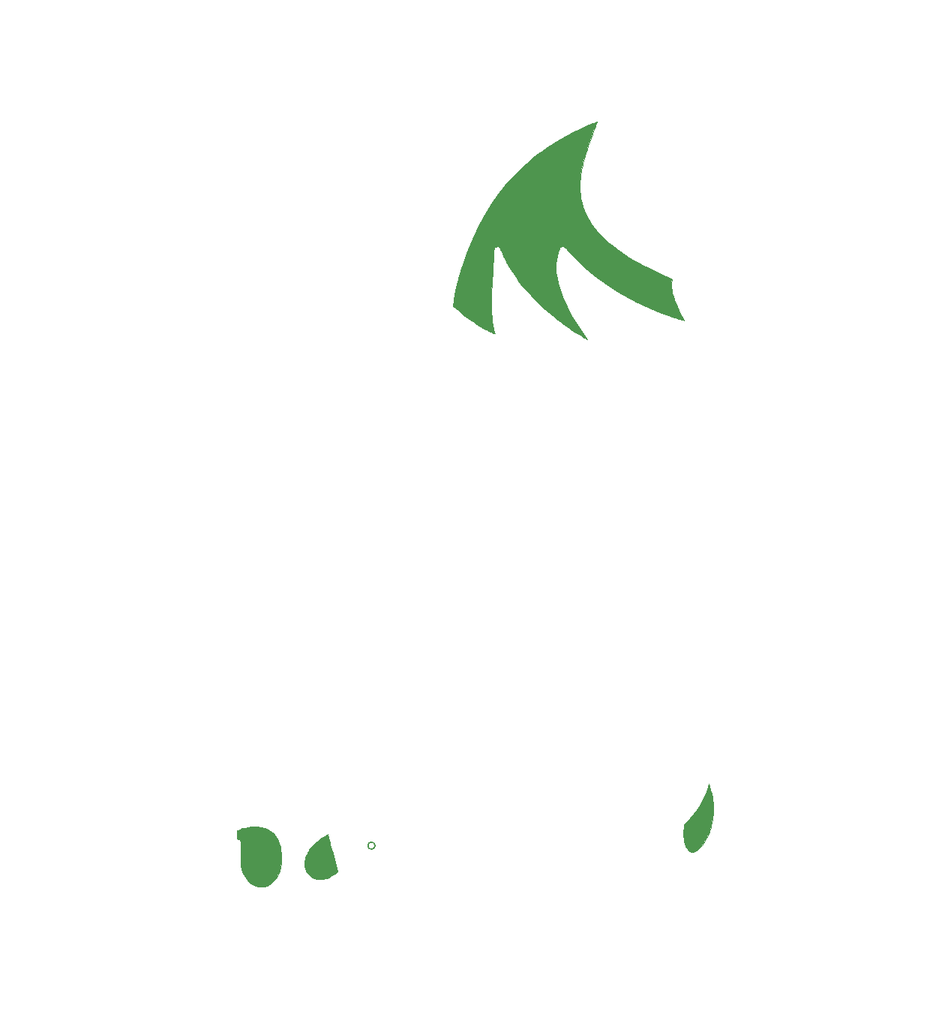
<source format=gto>
G04 #@! TF.FileFunction,Legend,Top*
%FSLAX46Y46*%
G04 Gerber Fmt 4.6, Leading zero omitted, Abs format (unit mm)*
G04 Created by KiCad (PCBNEW 4.0.7) date 06/27/18 23:59:29*
%MOMM*%
%LPD*%
G01*
G04 APERTURE LIST*
%ADD10C,0.100000*%
%ADD11C,0.150000*%
%ADD12C,0.010000*%
%ADD13C,2.100000*%
%ADD14O,2.100000X2.100000*%
G04 APERTURE END LIST*
D10*
D11*
X144862500Y-133159500D02*
G75*
G03X144862500Y-133159500I-400000J0D01*
G01*
D12*
G36*
X205041500Y-150516166D02*
X105029000Y-150516166D01*
X105029000Y-120492260D01*
X107022492Y-120492260D01*
X107022496Y-121725495D01*
X107022508Y-122938574D01*
X107022528Y-124130929D01*
X107022557Y-125301995D01*
X107022593Y-126451203D01*
X107022637Y-127577988D01*
X107022688Y-128681782D01*
X107022748Y-129762019D01*
X107022815Y-130818131D01*
X107022889Y-131849553D01*
X107022972Y-132855717D01*
X107023062Y-133836057D01*
X107023159Y-134790005D01*
X107023264Y-135716995D01*
X107023376Y-136616461D01*
X107023495Y-137487834D01*
X107023622Y-138330549D01*
X107023756Y-139144039D01*
X107023898Y-139927737D01*
X107024046Y-140681076D01*
X107024201Y-141403489D01*
X107024364Y-142094409D01*
X107024534Y-142753270D01*
X107024710Y-143379506D01*
X107024893Y-143972548D01*
X107025084Y-144531830D01*
X107025281Y-145056786D01*
X107025484Y-145546849D01*
X107025695Y-146001452D01*
X107025912Y-146420027D01*
X107026136Y-146802009D01*
X107026366Y-147146831D01*
X107026603Y-147453925D01*
X107026846Y-147722725D01*
X107027096Y-147952664D01*
X107027352Y-148143176D01*
X107027614Y-148293693D01*
X107027882Y-148403648D01*
X107028157Y-148472476D01*
X107028438Y-148499608D01*
X107028474Y-148500041D01*
X107036000Y-148501024D01*
X107058118Y-148501983D01*
X107095271Y-148502920D01*
X107147898Y-148503834D01*
X107216442Y-148504725D01*
X107301345Y-148505595D01*
X107403047Y-148506442D01*
X107521991Y-148507268D01*
X107658616Y-148508073D01*
X107813366Y-148508856D01*
X107986681Y-148509619D01*
X108179003Y-148510361D01*
X108390774Y-148511082D01*
X108622434Y-148511783D01*
X108874425Y-148512465D01*
X109147189Y-148513126D01*
X109441167Y-148513768D01*
X109756800Y-148514391D01*
X110094531Y-148514995D01*
X110454799Y-148515581D01*
X110838048Y-148516148D01*
X111244718Y-148516696D01*
X111675250Y-148517227D01*
X112130087Y-148517740D01*
X112609669Y-148518235D01*
X113114438Y-148518713D01*
X113644836Y-148519174D01*
X114201304Y-148519619D01*
X114784283Y-148520047D01*
X115394215Y-148520458D01*
X116031541Y-148520854D01*
X116696702Y-148521233D01*
X117390141Y-148521597D01*
X118112299Y-148521946D01*
X118863616Y-148522280D01*
X119644535Y-148522599D01*
X120455497Y-148522903D01*
X121296943Y-148523193D01*
X122169314Y-148523469D01*
X123073053Y-148523731D01*
X124008601Y-148523980D01*
X124976399Y-148524215D01*
X125976888Y-148524437D01*
X127010510Y-148524646D01*
X128077707Y-148524843D01*
X129178920Y-148525027D01*
X130314589Y-148525199D01*
X131485158Y-148525359D01*
X132691067Y-148525507D01*
X133932757Y-148525644D01*
X135210671Y-148525770D01*
X136525248Y-148525885D01*
X137876932Y-148525989D01*
X139266164Y-148526083D01*
X140693384Y-148526166D01*
X142159034Y-148526240D01*
X143663556Y-148526304D01*
X145207391Y-148526358D01*
X146790981Y-148526403D01*
X148414767Y-148526440D01*
X150079190Y-148526467D01*
X151784692Y-148526486D01*
X153531715Y-148526497D01*
X155034585Y-148526500D01*
X203030666Y-148526500D01*
X203030666Y-42502657D01*
X155029958Y-42507953D01*
X107029250Y-42513250D01*
X107023847Y-95493416D01*
X107023698Y-96992546D01*
X107023558Y-98481721D01*
X107023427Y-99960376D01*
X107023304Y-101427942D01*
X107023191Y-102883855D01*
X107023086Y-104327546D01*
X107022990Y-105758449D01*
X107022903Y-107175996D01*
X107022824Y-108579623D01*
X107022753Y-109968761D01*
X107022692Y-111342843D01*
X107022638Y-112701303D01*
X107022593Y-114043575D01*
X107022556Y-115369090D01*
X107022528Y-116677284D01*
X107022508Y-117967588D01*
X107022496Y-119239435D01*
X107022492Y-120492260D01*
X105029000Y-120492260D01*
X105029000Y-40513000D01*
X205041500Y-40513000D01*
X205041500Y-150516166D01*
X205041500Y-150516166D01*
G37*
X205041500Y-150516166D02*
X105029000Y-150516166D01*
X105029000Y-120492260D01*
X107022492Y-120492260D01*
X107022496Y-121725495D01*
X107022508Y-122938574D01*
X107022528Y-124130929D01*
X107022557Y-125301995D01*
X107022593Y-126451203D01*
X107022637Y-127577988D01*
X107022688Y-128681782D01*
X107022748Y-129762019D01*
X107022815Y-130818131D01*
X107022889Y-131849553D01*
X107022972Y-132855717D01*
X107023062Y-133836057D01*
X107023159Y-134790005D01*
X107023264Y-135716995D01*
X107023376Y-136616461D01*
X107023495Y-137487834D01*
X107023622Y-138330549D01*
X107023756Y-139144039D01*
X107023898Y-139927737D01*
X107024046Y-140681076D01*
X107024201Y-141403489D01*
X107024364Y-142094409D01*
X107024534Y-142753270D01*
X107024710Y-143379506D01*
X107024893Y-143972548D01*
X107025084Y-144531830D01*
X107025281Y-145056786D01*
X107025484Y-145546849D01*
X107025695Y-146001452D01*
X107025912Y-146420027D01*
X107026136Y-146802009D01*
X107026366Y-147146831D01*
X107026603Y-147453925D01*
X107026846Y-147722725D01*
X107027096Y-147952664D01*
X107027352Y-148143176D01*
X107027614Y-148293693D01*
X107027882Y-148403648D01*
X107028157Y-148472476D01*
X107028438Y-148499608D01*
X107028474Y-148500041D01*
X107036000Y-148501024D01*
X107058118Y-148501983D01*
X107095271Y-148502920D01*
X107147898Y-148503834D01*
X107216442Y-148504725D01*
X107301345Y-148505595D01*
X107403047Y-148506442D01*
X107521991Y-148507268D01*
X107658616Y-148508073D01*
X107813366Y-148508856D01*
X107986681Y-148509619D01*
X108179003Y-148510361D01*
X108390774Y-148511082D01*
X108622434Y-148511783D01*
X108874425Y-148512465D01*
X109147189Y-148513126D01*
X109441167Y-148513768D01*
X109756800Y-148514391D01*
X110094531Y-148514995D01*
X110454799Y-148515581D01*
X110838048Y-148516148D01*
X111244718Y-148516696D01*
X111675250Y-148517227D01*
X112130087Y-148517740D01*
X112609669Y-148518235D01*
X113114438Y-148518713D01*
X113644836Y-148519174D01*
X114201304Y-148519619D01*
X114784283Y-148520047D01*
X115394215Y-148520458D01*
X116031541Y-148520854D01*
X116696702Y-148521233D01*
X117390141Y-148521597D01*
X118112299Y-148521946D01*
X118863616Y-148522280D01*
X119644535Y-148522599D01*
X120455497Y-148522903D01*
X121296943Y-148523193D01*
X122169314Y-148523469D01*
X123073053Y-148523731D01*
X124008601Y-148523980D01*
X124976399Y-148524215D01*
X125976888Y-148524437D01*
X127010510Y-148524646D01*
X128077707Y-148524843D01*
X129178920Y-148525027D01*
X130314589Y-148525199D01*
X131485158Y-148525359D01*
X132691067Y-148525507D01*
X133932757Y-148525644D01*
X135210671Y-148525770D01*
X136525248Y-148525885D01*
X137876932Y-148525989D01*
X139266164Y-148526083D01*
X140693384Y-148526166D01*
X142159034Y-148526240D01*
X143663556Y-148526304D01*
X145207391Y-148526358D01*
X146790981Y-148526403D01*
X148414767Y-148526440D01*
X150079190Y-148526467D01*
X151784692Y-148526486D01*
X153531715Y-148526497D01*
X155034585Y-148526500D01*
X203030666Y-148526500D01*
X203030666Y-42502657D01*
X155029958Y-42507953D01*
X107029250Y-42513250D01*
X107023847Y-95493416D01*
X107023698Y-96992546D01*
X107023558Y-98481721D01*
X107023427Y-99960376D01*
X107023304Y-101427942D01*
X107023191Y-102883855D01*
X107023086Y-104327546D01*
X107022990Y-105758449D01*
X107022903Y-107175996D01*
X107022824Y-108579623D01*
X107022753Y-109968761D01*
X107022692Y-111342843D01*
X107022638Y-112701303D01*
X107022593Y-114043575D01*
X107022556Y-115369090D01*
X107022528Y-116677284D01*
X107022508Y-117967588D01*
X107022496Y-119239435D01*
X107022492Y-120492260D01*
X105029000Y-120492260D01*
X105029000Y-40513000D01*
X205041500Y-40513000D01*
X205041500Y-150516166D01*
G36*
X131438417Y-131036549D02*
X131632493Y-131044835D01*
X131806159Y-131058044D01*
X131949587Y-131076112D01*
X131974166Y-131080374D01*
X132318092Y-131161105D01*
X132633119Y-131271737D01*
X132919560Y-131412637D01*
X133177730Y-131584173D01*
X133407941Y-131786713D01*
X133610508Y-132020624D01*
X133785742Y-132286273D01*
X133933959Y-132584028D01*
X134055471Y-132914256D01*
X134150592Y-133277325D01*
X134219635Y-133673603D01*
X134225801Y-133720416D01*
X134255739Y-134018496D01*
X134272052Y-134329246D01*
X134274906Y-134642427D01*
X134264466Y-134947797D01*
X134240897Y-135235114D01*
X134204365Y-135494137D01*
X134196498Y-135536589D01*
X134109529Y-135885246D01*
X133986489Y-136222883D01*
X133830162Y-136544176D01*
X133643331Y-136843802D01*
X133428782Y-137116437D01*
X133297654Y-137255250D01*
X133165544Y-137380074D01*
X133047602Y-137476849D01*
X132933709Y-137552197D01*
X132813746Y-137612742D01*
X132677594Y-137665106D01*
X132664890Y-137669413D01*
X132400446Y-137743087D01*
X132145241Y-137784110D01*
X131904122Y-137792106D01*
X131681936Y-137766695D01*
X131614926Y-137751263D01*
X131479140Y-137712888D01*
X131355967Y-137670961D01*
X131232214Y-137620230D01*
X131094685Y-137555439D01*
X130989916Y-137502401D01*
X130752506Y-137356271D01*
X130536018Y-137174502D01*
X130341493Y-136958831D01*
X130169974Y-136710996D01*
X130022503Y-136432731D01*
X129900120Y-136125775D01*
X129803870Y-135791864D01*
X129734792Y-135432735D01*
X129730509Y-135403235D01*
X129711280Y-135245937D01*
X129696500Y-135074228D01*
X129686076Y-134883876D01*
X129679910Y-134670649D01*
X129677907Y-134430316D01*
X129679971Y-134158644D01*
X129686006Y-133851400D01*
X129691055Y-133663252D01*
X129697494Y-133430608D01*
X129702123Y-133236828D01*
X129704944Y-133078486D01*
X129705959Y-132952150D01*
X129705169Y-132854393D01*
X129702578Y-132781786D01*
X129698188Y-132730899D01*
X129692000Y-132698303D01*
X129691676Y-132697202D01*
X129647589Y-132610731D01*
X129575893Y-132532392D01*
X129489537Y-132473790D01*
X129413727Y-132448077D01*
X129358084Y-132435116D01*
X129331154Y-132412423D01*
X129319352Y-132368533D01*
X129319334Y-132368410D01*
X129315049Y-132327291D01*
X129309009Y-132252694D01*
X129301778Y-132153414D01*
X129293918Y-132038244D01*
X129285993Y-131915976D01*
X129278565Y-131795404D01*
X129272199Y-131685320D01*
X129267457Y-131594519D01*
X129264902Y-131531792D01*
X129264619Y-131514148D01*
X129275880Y-131479443D01*
X129314175Y-131445384D01*
X129374514Y-131411300D01*
X129614917Y-131304574D01*
X129886474Y-131210884D01*
X130179210Y-131133229D01*
X130483151Y-131074608D01*
X130505810Y-131071109D01*
X130654539Y-131053858D01*
X130831991Y-131041838D01*
X131028339Y-131034988D01*
X131233757Y-131033245D01*
X131438417Y-131036549D01*
X131438417Y-131036549D01*
G37*
X131438417Y-131036549D02*
X131632493Y-131044835D01*
X131806159Y-131058044D01*
X131949587Y-131076112D01*
X131974166Y-131080374D01*
X132318092Y-131161105D01*
X132633119Y-131271737D01*
X132919560Y-131412637D01*
X133177730Y-131584173D01*
X133407941Y-131786713D01*
X133610508Y-132020624D01*
X133785742Y-132286273D01*
X133933959Y-132584028D01*
X134055471Y-132914256D01*
X134150592Y-133277325D01*
X134219635Y-133673603D01*
X134225801Y-133720416D01*
X134255739Y-134018496D01*
X134272052Y-134329246D01*
X134274906Y-134642427D01*
X134264466Y-134947797D01*
X134240897Y-135235114D01*
X134204365Y-135494137D01*
X134196498Y-135536589D01*
X134109529Y-135885246D01*
X133986489Y-136222883D01*
X133830162Y-136544176D01*
X133643331Y-136843802D01*
X133428782Y-137116437D01*
X133297654Y-137255250D01*
X133165544Y-137380074D01*
X133047602Y-137476849D01*
X132933709Y-137552197D01*
X132813746Y-137612742D01*
X132677594Y-137665106D01*
X132664890Y-137669413D01*
X132400446Y-137743087D01*
X132145241Y-137784110D01*
X131904122Y-137792106D01*
X131681936Y-137766695D01*
X131614926Y-137751263D01*
X131479140Y-137712888D01*
X131355967Y-137670961D01*
X131232214Y-137620230D01*
X131094685Y-137555439D01*
X130989916Y-137502401D01*
X130752506Y-137356271D01*
X130536018Y-137174502D01*
X130341493Y-136958831D01*
X130169974Y-136710996D01*
X130022503Y-136432731D01*
X129900120Y-136125775D01*
X129803870Y-135791864D01*
X129734792Y-135432735D01*
X129730509Y-135403235D01*
X129711280Y-135245937D01*
X129696500Y-135074228D01*
X129686076Y-134883876D01*
X129679910Y-134670649D01*
X129677907Y-134430316D01*
X129679971Y-134158644D01*
X129686006Y-133851400D01*
X129691055Y-133663252D01*
X129697494Y-133430608D01*
X129702123Y-133236828D01*
X129704944Y-133078486D01*
X129705959Y-132952150D01*
X129705169Y-132854393D01*
X129702578Y-132781786D01*
X129698188Y-132730899D01*
X129692000Y-132698303D01*
X129691676Y-132697202D01*
X129647589Y-132610731D01*
X129575893Y-132532392D01*
X129489537Y-132473790D01*
X129413727Y-132448077D01*
X129358084Y-132435116D01*
X129331154Y-132412423D01*
X129319352Y-132368533D01*
X129319334Y-132368410D01*
X129315049Y-132327291D01*
X129309009Y-132252694D01*
X129301778Y-132153414D01*
X129293918Y-132038244D01*
X129285993Y-131915976D01*
X129278565Y-131795404D01*
X129272199Y-131685320D01*
X129267457Y-131594519D01*
X129264902Y-131531792D01*
X129264619Y-131514148D01*
X129275880Y-131479443D01*
X129314175Y-131445384D01*
X129374514Y-131411300D01*
X129614917Y-131304574D01*
X129886474Y-131210884D01*
X130179210Y-131133229D01*
X130483151Y-131074608D01*
X130505810Y-131071109D01*
X130654539Y-131053858D01*
X130831991Y-131041838D01*
X131028339Y-131034988D01*
X131233757Y-131033245D01*
X131438417Y-131036549D01*
G36*
X139519419Y-131893632D02*
X139526062Y-131917531D01*
X139542822Y-131979578D01*
X139568961Y-132077006D01*
X139603741Y-132207046D01*
X139646424Y-132366929D01*
X139696271Y-132553887D01*
X139752546Y-132765150D01*
X139814510Y-132997950D01*
X139881425Y-133249518D01*
X139952553Y-133517086D01*
X140027156Y-133797884D01*
X140079657Y-133995583D01*
X140630416Y-136069916D01*
X140562083Y-136129252D01*
X140441901Y-136224518D01*
X140291987Y-136329201D01*
X140121377Y-136438124D01*
X139939110Y-136546110D01*
X139754220Y-136647985D01*
X139575746Y-136738570D01*
X139412725Y-136812690D01*
X139281435Y-136862796D01*
X139050526Y-136924415D01*
X138812587Y-136960499D01*
X138578150Y-136970424D01*
X138357748Y-136953566D01*
X138218333Y-136925725D01*
X138027634Y-136860112D01*
X137829582Y-136763637D01*
X137635635Y-136643362D01*
X137457252Y-136506349D01*
X137313542Y-136368101D01*
X137183428Y-136197133D01*
X137075177Y-135995974D01*
X136991417Y-135772147D01*
X136934780Y-135533174D01*
X136907895Y-135286577D01*
X136906000Y-135202561D01*
X136917170Y-134972874D01*
X136952082Y-134747492D01*
X137012838Y-134518553D01*
X137101542Y-134278197D01*
X137220296Y-134018562D01*
X137225505Y-134008059D01*
X137372822Y-133731229D01*
X137521076Y-133492451D01*
X137673163Y-133287491D01*
X137831977Y-133112112D01*
X137850553Y-133093891D01*
X138096142Y-132863139D01*
X138329453Y-132659809D01*
X138560837Y-132475544D01*
X138800642Y-132301988D01*
X138980947Y-132181165D01*
X139153008Y-132071253D01*
X139292293Y-131986847D01*
X139398643Y-131928033D01*
X139471898Y-131894896D01*
X139511899Y-131887521D01*
X139519419Y-131893632D01*
X139519419Y-131893632D01*
G37*
X139519419Y-131893632D02*
X139526062Y-131917531D01*
X139542822Y-131979578D01*
X139568961Y-132077006D01*
X139603741Y-132207046D01*
X139646424Y-132366929D01*
X139696271Y-132553887D01*
X139752546Y-132765150D01*
X139814510Y-132997950D01*
X139881425Y-133249518D01*
X139952553Y-133517086D01*
X140027156Y-133797884D01*
X140079657Y-133995583D01*
X140630416Y-136069916D01*
X140562083Y-136129252D01*
X140441901Y-136224518D01*
X140291987Y-136329201D01*
X140121377Y-136438124D01*
X139939110Y-136546110D01*
X139754220Y-136647985D01*
X139575746Y-136738570D01*
X139412725Y-136812690D01*
X139281435Y-136862796D01*
X139050526Y-136924415D01*
X138812587Y-136960499D01*
X138578150Y-136970424D01*
X138357748Y-136953566D01*
X138218333Y-136925725D01*
X138027634Y-136860112D01*
X137829582Y-136763637D01*
X137635635Y-136643362D01*
X137457252Y-136506349D01*
X137313542Y-136368101D01*
X137183428Y-136197133D01*
X137075177Y-135995974D01*
X136991417Y-135772147D01*
X136934780Y-135533174D01*
X136907895Y-135286577D01*
X136906000Y-135202561D01*
X136917170Y-134972874D01*
X136952082Y-134747492D01*
X137012838Y-134518553D01*
X137101542Y-134278197D01*
X137220296Y-134018562D01*
X137225505Y-134008059D01*
X137372822Y-133731229D01*
X137521076Y-133492451D01*
X137673163Y-133287491D01*
X137831977Y-133112112D01*
X137850553Y-133093891D01*
X138096142Y-132863139D01*
X138329453Y-132659809D01*
X138560837Y-132475544D01*
X138800642Y-132301988D01*
X138980947Y-132181165D01*
X139153008Y-132071253D01*
X139292293Y-131986847D01*
X139398643Y-131928033D01*
X139471898Y-131894896D01*
X139511899Y-131887521D01*
X139519419Y-131893632D01*
G36*
X182626336Y-126408354D02*
X182743683Y-126821746D01*
X182843857Y-127243302D01*
X182924539Y-127661501D01*
X182983413Y-128064821D01*
X183008420Y-128307955D01*
X183017195Y-128451973D01*
X183022460Y-128626405D01*
X183024391Y-128822056D01*
X183023166Y-129029732D01*
X183018962Y-129240239D01*
X183011959Y-129444383D01*
X183002332Y-129632969D01*
X182990260Y-129796804D01*
X182977351Y-129916241D01*
X182933046Y-130211368D01*
X182879012Y-130511021D01*
X182817561Y-130804429D01*
X182751007Y-131080817D01*
X182681662Y-131329414D01*
X182657183Y-131407790D01*
X182601373Y-131561909D01*
X182525865Y-131742451D01*
X182434906Y-131940931D01*
X182332743Y-132148862D01*
X182223623Y-132357757D01*
X182111793Y-132559129D01*
X182001499Y-132744493D01*
X181939465Y-132842000D01*
X181767110Y-133087799D01*
X181593113Y-133302423D01*
X181419242Y-133484588D01*
X181247261Y-133633011D01*
X181078938Y-133746410D01*
X180916038Y-133823502D01*
X180760327Y-133863004D01*
X180613572Y-133863633D01*
X180550620Y-133850808D01*
X180403181Y-133788737D01*
X180265084Y-133687247D01*
X180137707Y-133548493D01*
X180022428Y-133374636D01*
X179920624Y-133167830D01*
X179833673Y-132930236D01*
X179762954Y-132664009D01*
X179748197Y-132594349D01*
X179709966Y-132351126D01*
X179686225Y-132079516D01*
X179677056Y-131790938D01*
X179682539Y-131496811D01*
X179702758Y-131208554D01*
X179736449Y-130945824D01*
X179765926Y-130763729D01*
X179963351Y-130559322D01*
X180412381Y-130073305D01*
X180819850Y-129587810D01*
X181186498Y-129101643D01*
X181513061Y-128613607D01*
X181800278Y-128122507D01*
X182048887Y-127627147D01*
X182259627Y-127126333D01*
X182433235Y-126618868D01*
X182467165Y-126503964D01*
X182558046Y-126187125D01*
X182626336Y-126408354D01*
X182626336Y-126408354D01*
G37*
X182626336Y-126408354D02*
X182743683Y-126821746D01*
X182843857Y-127243302D01*
X182924539Y-127661501D01*
X182983413Y-128064821D01*
X183008420Y-128307955D01*
X183017195Y-128451973D01*
X183022460Y-128626405D01*
X183024391Y-128822056D01*
X183023166Y-129029732D01*
X183018962Y-129240239D01*
X183011959Y-129444383D01*
X183002332Y-129632969D01*
X182990260Y-129796804D01*
X182977351Y-129916241D01*
X182933046Y-130211368D01*
X182879012Y-130511021D01*
X182817561Y-130804429D01*
X182751007Y-131080817D01*
X182681662Y-131329414D01*
X182657183Y-131407790D01*
X182601373Y-131561909D01*
X182525865Y-131742451D01*
X182434906Y-131940931D01*
X182332743Y-132148862D01*
X182223623Y-132357757D01*
X182111793Y-132559129D01*
X182001499Y-132744493D01*
X181939465Y-132842000D01*
X181767110Y-133087799D01*
X181593113Y-133302423D01*
X181419242Y-133484588D01*
X181247261Y-133633011D01*
X181078938Y-133746410D01*
X180916038Y-133823502D01*
X180760327Y-133863004D01*
X180613572Y-133863633D01*
X180550620Y-133850808D01*
X180403181Y-133788737D01*
X180265084Y-133687247D01*
X180137707Y-133548493D01*
X180022428Y-133374636D01*
X179920624Y-133167830D01*
X179833673Y-132930236D01*
X179762954Y-132664009D01*
X179748197Y-132594349D01*
X179709966Y-132351126D01*
X179686225Y-132079516D01*
X179677056Y-131790938D01*
X179682539Y-131496811D01*
X179702758Y-131208554D01*
X179736449Y-130945824D01*
X179765926Y-130763729D01*
X179963351Y-130559322D01*
X180412381Y-130073305D01*
X180819850Y-129587810D01*
X181186498Y-129101643D01*
X181513061Y-128613607D01*
X181800278Y-128122507D01*
X182048887Y-127627147D01*
X182259627Y-127126333D01*
X182433235Y-126618868D01*
X182467165Y-126503964D01*
X182558046Y-126187125D01*
X182626336Y-126408354D01*
G36*
X169879813Y-51532731D02*
X169879689Y-51543528D01*
X169876005Y-51562628D01*
X169867798Y-51592821D01*
X169854108Y-51636897D01*
X169833973Y-51697644D01*
X169806433Y-51777852D01*
X169770525Y-51880310D01*
X169725288Y-52007808D01*
X169669761Y-52163134D01*
X169602983Y-52349078D01*
X169523992Y-52568430D01*
X169431828Y-52823978D01*
X169402200Y-52906083D01*
X169230178Y-53385717D01*
X169073481Y-53829271D01*
X168931259Y-54239789D01*
X168802661Y-54620314D01*
X168686839Y-54973886D01*
X168582943Y-55303550D01*
X168490122Y-55612348D01*
X168407529Y-55903322D01*
X168334312Y-56179516D01*
X168269622Y-56443971D01*
X168212610Y-56699730D01*
X168162426Y-56949836D01*
X168118220Y-57197332D01*
X168079143Y-57445259D01*
X168044345Y-57696662D01*
X168027955Y-57827333D01*
X168015434Y-57958400D01*
X168005246Y-58121070D01*
X167997435Y-58307437D01*
X167992048Y-58509598D01*
X167989132Y-58719647D01*
X167988732Y-58929680D01*
X167990896Y-59131793D01*
X167995668Y-59318080D01*
X168003096Y-59480637D01*
X168013225Y-59611560D01*
X168017318Y-59647666D01*
X168093745Y-60145394D01*
X168194619Y-60614813D01*
X168322253Y-61063697D01*
X168478961Y-61499824D01*
X168667055Y-61930969D01*
X168742551Y-62085767D01*
X168987457Y-62537115D01*
X169266352Y-62980736D01*
X169579921Y-63417246D01*
X169928851Y-63847257D01*
X170313828Y-64271384D01*
X170735538Y-64690243D01*
X171194668Y-65104447D01*
X171691903Y-65514612D01*
X172227930Y-65921350D01*
X172803434Y-66325277D01*
X173419102Y-66727008D01*
X174075621Y-67127156D01*
X174773676Y-67526337D01*
X174889583Y-67590332D01*
X175143577Y-67727030D01*
X175429800Y-67876015D01*
X175741160Y-68033874D01*
X176070572Y-68197197D01*
X176410945Y-68362573D01*
X176755191Y-68526593D01*
X177096222Y-68685845D01*
X177426949Y-68836919D01*
X177740284Y-68976404D01*
X178029004Y-69100833D01*
X178374425Y-69246750D01*
X178361064Y-69331416D01*
X178324714Y-69634901D01*
X178312096Y-69939419D01*
X178323938Y-70248083D01*
X178360967Y-70564005D01*
X178423913Y-70890297D01*
X178513502Y-71230072D01*
X178630463Y-71586441D01*
X178775524Y-71962516D01*
X178949412Y-72361410D01*
X179152856Y-72786234D01*
X179183590Y-72847661D01*
X179260806Y-73000051D01*
X179342205Y-73158634D01*
X179422651Y-73313546D01*
X179497006Y-73454919D01*
X179560131Y-73572889D01*
X179584583Y-73617666D01*
X179637777Y-73716132D01*
X179681397Y-73800679D01*
X179712287Y-73864872D01*
X179727290Y-73902278D01*
X179727550Y-73909137D01*
X179701259Y-73905629D01*
X179639540Y-73890611D01*
X179547257Y-73865551D01*
X179429278Y-73831914D01*
X179290468Y-73791167D01*
X179135694Y-73744777D01*
X178969823Y-73694210D01*
X178797719Y-73640933D01*
X178624251Y-73586413D01*
X178454283Y-73532116D01*
X178292683Y-73479509D01*
X178199711Y-73448680D01*
X177202901Y-73094151D01*
X176218535Y-72701555D01*
X175248569Y-72272093D01*
X174294963Y-71806968D01*
X173359675Y-71307382D01*
X172444660Y-70774538D01*
X171551879Y-70209637D01*
X170683288Y-69613883D01*
X169840845Y-68988477D01*
X169026508Y-68334622D01*
X168242234Y-67653520D01*
X167489983Y-66946374D01*
X167290750Y-66749265D01*
X167151862Y-66609504D01*
X167011242Y-66466486D01*
X166874507Y-66326033D01*
X166747275Y-66193966D01*
X166635164Y-66076105D01*
X166543793Y-65978273D01*
X166497000Y-65926855D01*
X166413283Y-65835162D01*
X166335475Y-65753283D01*
X166269430Y-65687126D01*
X166221002Y-65642601D01*
X166199935Y-65627045D01*
X166079565Y-65586077D01*
X165959485Y-65586651D01*
X165844174Y-65628184D01*
X165766137Y-65683544D01*
X165715016Y-65746649D01*
X165660458Y-65846754D01*
X165604001Y-65978820D01*
X165547185Y-66137805D01*
X165491549Y-66318671D01*
X165438631Y-66516376D01*
X165389969Y-66725882D01*
X165347103Y-66942148D01*
X165311572Y-67160135D01*
X165308318Y-67183000D01*
X165296260Y-67300823D01*
X165287585Y-67452057D01*
X165282229Y-67627922D01*
X165280126Y-67819637D01*
X165281209Y-68018420D01*
X165285415Y-68215490D01*
X165292676Y-68402067D01*
X165302927Y-68569369D01*
X165316103Y-68708616D01*
X165319946Y-68738750D01*
X165400735Y-69229600D01*
X165510357Y-69726064D01*
X165649615Y-70230181D01*
X165819313Y-70743991D01*
X166020253Y-71269533D01*
X166253240Y-71808847D01*
X166519077Y-72363973D01*
X166818568Y-72936950D01*
X167152515Y-73529819D01*
X167316957Y-73808166D01*
X167451176Y-74028190D01*
X167604976Y-74273399D01*
X167772619Y-74535052D01*
X167948365Y-74804408D01*
X168126475Y-75072725D01*
X168301211Y-75331264D01*
X168466832Y-75571282D01*
X168578156Y-75729041D01*
X168652478Y-75833577D01*
X168717148Y-75925322D01*
X168768584Y-75999130D01*
X168803204Y-76049853D01*
X168817425Y-76072342D01*
X168817514Y-76073000D01*
X168798544Y-76062504D01*
X168747858Y-76032814D01*
X168669975Y-75986620D01*
X168569412Y-75926615D01*
X168450691Y-75855490D01*
X168318330Y-75775938D01*
X168273307Y-75748826D01*
X167733198Y-75417702D01*
X167225684Y-75094324D01*
X166743096Y-74773373D01*
X166277761Y-74449532D01*
X165822009Y-74117480D01*
X165368169Y-73771899D01*
X164983583Y-73467887D01*
X164243243Y-72851071D01*
X163543402Y-72222192D01*
X162883943Y-71581110D01*
X162264745Y-70927688D01*
X161685690Y-70261788D01*
X161146658Y-69583270D01*
X160647531Y-68891998D01*
X160188190Y-68187832D01*
X159768516Y-67470634D01*
X159681254Y-67310634D01*
X159572409Y-67101704D01*
X159456096Y-66866625D01*
X159338808Y-66619214D01*
X159227039Y-66373288D01*
X159127279Y-66142663D01*
X159089818Y-66051953D01*
X159037216Y-65924061D01*
X158995921Y-65829296D01*
X158962163Y-65761225D01*
X158932172Y-65713418D01*
X158902180Y-65679442D01*
X158868416Y-65652868D01*
X158848351Y-65639983D01*
X158735613Y-65592573D01*
X158620958Y-65582582D01*
X158511817Y-65606858D01*
X158415620Y-65662247D01*
X158339798Y-65745597D01*
X158291782Y-65853756D01*
X158286079Y-65878547D01*
X158279205Y-65930023D01*
X158271303Y-66016487D01*
X158262881Y-66130621D01*
X158254449Y-66265106D01*
X158246517Y-66412624D01*
X158241686Y-66516250D01*
X158235467Y-66646943D01*
X158226745Y-66812934D01*
X158215929Y-67007285D01*
X158203427Y-67223060D01*
X158189647Y-67453321D01*
X158174997Y-67691134D01*
X158159884Y-67929560D01*
X158146453Y-68135500D01*
X158111769Y-68668131D01*
X158080911Y-69161262D01*
X158053830Y-69617546D01*
X158030474Y-70039639D01*
X158010793Y-70430195D01*
X157994737Y-70791868D01*
X157982256Y-71127314D01*
X157973298Y-71439186D01*
X157967815Y-71730140D01*
X157965754Y-72002830D01*
X157967066Y-72259911D01*
X157971701Y-72504037D01*
X157979608Y-72737862D01*
X157990737Y-72964043D01*
X158005037Y-73185232D01*
X158022457Y-73404085D01*
X158042391Y-73617666D01*
X158068712Y-73853583D01*
X158101231Y-74099107D01*
X158138586Y-74346474D01*
X158179414Y-74587921D01*
X158222354Y-74815685D01*
X158266044Y-75022004D01*
X158309122Y-75199114D01*
X158337283Y-75298614D01*
X158353839Y-75359028D01*
X158361624Y-75400470D01*
X158360840Y-75410882D01*
X158338658Y-75405937D01*
X158284224Y-75384373D01*
X158203000Y-75348794D01*
X158100451Y-75301809D01*
X157982038Y-75246023D01*
X157853226Y-75184043D01*
X157719476Y-75118477D01*
X157586251Y-75051929D01*
X157459016Y-74987008D01*
X157343232Y-74926320D01*
X157326076Y-74917146D01*
X156876565Y-74667311D01*
X156437542Y-74405182D01*
X156003989Y-74127243D01*
X155570887Y-73829975D01*
X155133218Y-73509861D01*
X154685963Y-73163383D01*
X154224105Y-72787025D01*
X153918708Y-72529000D01*
X153818472Y-72441707D01*
X153747599Y-72375933D01*
X153701978Y-72327280D01*
X153677497Y-72291353D01*
X153670044Y-72263756D01*
X153670040Y-72263121D01*
X153673219Y-72210983D01*
X153682080Y-72124010D01*
X153695683Y-72009180D01*
X153713090Y-71873472D01*
X153733360Y-71723861D01*
X153755556Y-71567327D01*
X153778737Y-71410846D01*
X153801965Y-71261397D01*
X153818496Y-71160238D01*
X153938426Y-70512465D01*
X154079016Y-69874122D01*
X154237605Y-69256661D01*
X154354184Y-68855166D01*
X154486808Y-68423281D01*
X154609224Y-68030673D01*
X154721960Y-67675669D01*
X154825548Y-67356597D01*
X154900843Y-67130083D01*
X155263735Y-66109860D01*
X155655876Y-65120207D01*
X156077341Y-64161017D01*
X156528206Y-63232184D01*
X157008547Y-62333601D01*
X157518440Y-61465161D01*
X158057962Y-60626757D01*
X158627186Y-59818282D01*
X159226191Y-59039630D01*
X159855051Y-58290695D01*
X160513842Y-57571368D01*
X161202640Y-56881544D01*
X161921521Y-56221116D01*
X162670561Y-55589977D01*
X163449835Y-54988020D01*
X163614532Y-54867339D01*
X164294143Y-54390447D01*
X164986483Y-53938016D01*
X165695802Y-53507726D01*
X166426349Y-53097257D01*
X167182376Y-52704291D01*
X167968132Y-52326506D01*
X168787867Y-51961584D01*
X169425389Y-51695804D01*
X169552846Y-51644741D01*
X169666817Y-51600294D01*
X169761610Y-51564582D01*
X169831531Y-51539726D01*
X169870887Y-51527847D01*
X169877337Y-51527448D01*
X169879813Y-51532731D01*
X169879813Y-51532731D01*
G37*
X169879813Y-51532731D02*
X169879689Y-51543528D01*
X169876005Y-51562628D01*
X169867798Y-51592821D01*
X169854108Y-51636897D01*
X169833973Y-51697644D01*
X169806433Y-51777852D01*
X169770525Y-51880310D01*
X169725288Y-52007808D01*
X169669761Y-52163134D01*
X169602983Y-52349078D01*
X169523992Y-52568430D01*
X169431828Y-52823978D01*
X169402200Y-52906083D01*
X169230178Y-53385717D01*
X169073481Y-53829271D01*
X168931259Y-54239789D01*
X168802661Y-54620314D01*
X168686839Y-54973886D01*
X168582943Y-55303550D01*
X168490122Y-55612348D01*
X168407529Y-55903322D01*
X168334312Y-56179516D01*
X168269622Y-56443971D01*
X168212610Y-56699730D01*
X168162426Y-56949836D01*
X168118220Y-57197332D01*
X168079143Y-57445259D01*
X168044345Y-57696662D01*
X168027955Y-57827333D01*
X168015434Y-57958400D01*
X168005246Y-58121070D01*
X167997435Y-58307437D01*
X167992048Y-58509598D01*
X167989132Y-58719647D01*
X167988732Y-58929680D01*
X167990896Y-59131793D01*
X167995668Y-59318080D01*
X168003096Y-59480637D01*
X168013225Y-59611560D01*
X168017318Y-59647666D01*
X168093745Y-60145394D01*
X168194619Y-60614813D01*
X168322253Y-61063697D01*
X168478961Y-61499824D01*
X168667055Y-61930969D01*
X168742551Y-62085767D01*
X168987457Y-62537115D01*
X169266352Y-62980736D01*
X169579921Y-63417246D01*
X169928851Y-63847257D01*
X170313828Y-64271384D01*
X170735538Y-64690243D01*
X171194668Y-65104447D01*
X171691903Y-65514612D01*
X172227930Y-65921350D01*
X172803434Y-66325277D01*
X173419102Y-66727008D01*
X174075621Y-67127156D01*
X174773676Y-67526337D01*
X174889583Y-67590332D01*
X175143577Y-67727030D01*
X175429800Y-67876015D01*
X175741160Y-68033874D01*
X176070572Y-68197197D01*
X176410945Y-68362573D01*
X176755191Y-68526593D01*
X177096222Y-68685845D01*
X177426949Y-68836919D01*
X177740284Y-68976404D01*
X178029004Y-69100833D01*
X178374425Y-69246750D01*
X178361064Y-69331416D01*
X178324714Y-69634901D01*
X178312096Y-69939419D01*
X178323938Y-70248083D01*
X178360967Y-70564005D01*
X178423913Y-70890297D01*
X178513502Y-71230072D01*
X178630463Y-71586441D01*
X178775524Y-71962516D01*
X178949412Y-72361410D01*
X179152856Y-72786234D01*
X179183590Y-72847661D01*
X179260806Y-73000051D01*
X179342205Y-73158634D01*
X179422651Y-73313546D01*
X179497006Y-73454919D01*
X179560131Y-73572889D01*
X179584583Y-73617666D01*
X179637777Y-73716132D01*
X179681397Y-73800679D01*
X179712287Y-73864872D01*
X179727290Y-73902278D01*
X179727550Y-73909137D01*
X179701259Y-73905629D01*
X179639540Y-73890611D01*
X179547257Y-73865551D01*
X179429278Y-73831914D01*
X179290468Y-73791167D01*
X179135694Y-73744777D01*
X178969823Y-73694210D01*
X178797719Y-73640933D01*
X178624251Y-73586413D01*
X178454283Y-73532116D01*
X178292683Y-73479509D01*
X178199711Y-73448680D01*
X177202901Y-73094151D01*
X176218535Y-72701555D01*
X175248569Y-72272093D01*
X174294963Y-71806968D01*
X173359675Y-71307382D01*
X172444660Y-70774538D01*
X171551879Y-70209637D01*
X170683288Y-69613883D01*
X169840845Y-68988477D01*
X169026508Y-68334622D01*
X168242234Y-67653520D01*
X167489983Y-66946374D01*
X167290750Y-66749265D01*
X167151862Y-66609504D01*
X167011242Y-66466486D01*
X166874507Y-66326033D01*
X166747275Y-66193966D01*
X166635164Y-66076105D01*
X166543793Y-65978273D01*
X166497000Y-65926855D01*
X166413283Y-65835162D01*
X166335475Y-65753283D01*
X166269430Y-65687126D01*
X166221002Y-65642601D01*
X166199935Y-65627045D01*
X166079565Y-65586077D01*
X165959485Y-65586651D01*
X165844174Y-65628184D01*
X165766137Y-65683544D01*
X165715016Y-65746649D01*
X165660458Y-65846754D01*
X165604001Y-65978820D01*
X165547185Y-66137805D01*
X165491549Y-66318671D01*
X165438631Y-66516376D01*
X165389969Y-66725882D01*
X165347103Y-66942148D01*
X165311572Y-67160135D01*
X165308318Y-67183000D01*
X165296260Y-67300823D01*
X165287585Y-67452057D01*
X165282229Y-67627922D01*
X165280126Y-67819637D01*
X165281209Y-68018420D01*
X165285415Y-68215490D01*
X165292676Y-68402067D01*
X165302927Y-68569369D01*
X165316103Y-68708616D01*
X165319946Y-68738750D01*
X165400735Y-69229600D01*
X165510357Y-69726064D01*
X165649615Y-70230181D01*
X165819313Y-70743991D01*
X166020253Y-71269533D01*
X166253240Y-71808847D01*
X166519077Y-72363973D01*
X166818568Y-72936950D01*
X167152515Y-73529819D01*
X167316957Y-73808166D01*
X167451176Y-74028190D01*
X167604976Y-74273399D01*
X167772619Y-74535052D01*
X167948365Y-74804408D01*
X168126475Y-75072725D01*
X168301211Y-75331264D01*
X168466832Y-75571282D01*
X168578156Y-75729041D01*
X168652478Y-75833577D01*
X168717148Y-75925322D01*
X168768584Y-75999130D01*
X168803204Y-76049853D01*
X168817425Y-76072342D01*
X168817514Y-76073000D01*
X168798544Y-76062504D01*
X168747858Y-76032814D01*
X168669975Y-75986620D01*
X168569412Y-75926615D01*
X168450691Y-75855490D01*
X168318330Y-75775938D01*
X168273307Y-75748826D01*
X167733198Y-75417702D01*
X167225684Y-75094324D01*
X166743096Y-74773373D01*
X166277761Y-74449532D01*
X165822009Y-74117480D01*
X165368169Y-73771899D01*
X164983583Y-73467887D01*
X164243243Y-72851071D01*
X163543402Y-72222192D01*
X162883943Y-71581110D01*
X162264745Y-70927688D01*
X161685690Y-70261788D01*
X161146658Y-69583270D01*
X160647531Y-68891998D01*
X160188190Y-68187832D01*
X159768516Y-67470634D01*
X159681254Y-67310634D01*
X159572409Y-67101704D01*
X159456096Y-66866625D01*
X159338808Y-66619214D01*
X159227039Y-66373288D01*
X159127279Y-66142663D01*
X159089818Y-66051953D01*
X159037216Y-65924061D01*
X158995921Y-65829296D01*
X158962163Y-65761225D01*
X158932172Y-65713418D01*
X158902180Y-65679442D01*
X158868416Y-65652868D01*
X158848351Y-65639983D01*
X158735613Y-65592573D01*
X158620958Y-65582582D01*
X158511817Y-65606858D01*
X158415620Y-65662247D01*
X158339798Y-65745597D01*
X158291782Y-65853756D01*
X158286079Y-65878547D01*
X158279205Y-65930023D01*
X158271303Y-66016487D01*
X158262881Y-66130621D01*
X158254449Y-66265106D01*
X158246517Y-66412624D01*
X158241686Y-66516250D01*
X158235467Y-66646943D01*
X158226745Y-66812934D01*
X158215929Y-67007285D01*
X158203427Y-67223060D01*
X158189647Y-67453321D01*
X158174997Y-67691134D01*
X158159884Y-67929560D01*
X158146453Y-68135500D01*
X158111769Y-68668131D01*
X158080911Y-69161262D01*
X158053830Y-69617546D01*
X158030474Y-70039639D01*
X158010793Y-70430195D01*
X157994737Y-70791868D01*
X157982256Y-71127314D01*
X157973298Y-71439186D01*
X157967815Y-71730140D01*
X157965754Y-72002830D01*
X157967066Y-72259911D01*
X157971701Y-72504037D01*
X157979608Y-72737862D01*
X157990737Y-72964043D01*
X158005037Y-73185232D01*
X158022457Y-73404085D01*
X158042391Y-73617666D01*
X158068712Y-73853583D01*
X158101231Y-74099107D01*
X158138586Y-74346474D01*
X158179414Y-74587921D01*
X158222354Y-74815685D01*
X158266044Y-75022004D01*
X158309122Y-75199114D01*
X158337283Y-75298614D01*
X158353839Y-75359028D01*
X158361624Y-75400470D01*
X158360840Y-75410882D01*
X158338658Y-75405937D01*
X158284224Y-75384373D01*
X158203000Y-75348794D01*
X158100451Y-75301809D01*
X157982038Y-75246023D01*
X157853226Y-75184043D01*
X157719476Y-75118477D01*
X157586251Y-75051929D01*
X157459016Y-74987008D01*
X157343232Y-74926320D01*
X157326076Y-74917146D01*
X156876565Y-74667311D01*
X156437542Y-74405182D01*
X156003989Y-74127243D01*
X155570887Y-73829975D01*
X155133218Y-73509861D01*
X154685963Y-73163383D01*
X154224105Y-72787025D01*
X153918708Y-72529000D01*
X153818472Y-72441707D01*
X153747599Y-72375933D01*
X153701978Y-72327280D01*
X153677497Y-72291353D01*
X153670044Y-72263756D01*
X153670040Y-72263121D01*
X153673219Y-72210983D01*
X153682080Y-72124010D01*
X153695683Y-72009180D01*
X153713090Y-71873472D01*
X153733360Y-71723861D01*
X153755556Y-71567327D01*
X153778737Y-71410846D01*
X153801965Y-71261397D01*
X153818496Y-71160238D01*
X153938426Y-70512465D01*
X154079016Y-69874122D01*
X154237605Y-69256661D01*
X154354184Y-68855166D01*
X154486808Y-68423281D01*
X154609224Y-68030673D01*
X154721960Y-67675669D01*
X154825548Y-67356597D01*
X154900843Y-67130083D01*
X155263735Y-66109860D01*
X155655876Y-65120207D01*
X156077341Y-64161017D01*
X156528206Y-63232184D01*
X157008547Y-62333601D01*
X157518440Y-61465161D01*
X158057962Y-60626757D01*
X158627186Y-59818282D01*
X159226191Y-59039630D01*
X159855051Y-58290695D01*
X160513842Y-57571368D01*
X161202640Y-56881544D01*
X161921521Y-56221116D01*
X162670561Y-55589977D01*
X163449835Y-54988020D01*
X163614532Y-54867339D01*
X164294143Y-54390447D01*
X164986483Y-53938016D01*
X165695802Y-53507726D01*
X166426349Y-53097257D01*
X167182376Y-52704291D01*
X167968132Y-52326506D01*
X168787867Y-51961584D01*
X169425389Y-51695804D01*
X169552846Y-51644741D01*
X169666817Y-51600294D01*
X169761610Y-51564582D01*
X169831531Y-51539726D01*
X169870887Y-51527847D01*
X169877337Y-51527448D01*
X169879813Y-51532731D01*
%LPC*%
G36*
X205041500Y-150516166D02*
X105029000Y-150516166D01*
X105029000Y-120492260D01*
X107022492Y-120492260D01*
X107022496Y-121725495D01*
X107022508Y-122938574D01*
X107022528Y-124130929D01*
X107022557Y-125301995D01*
X107022593Y-126451203D01*
X107022637Y-127577988D01*
X107022688Y-128681782D01*
X107022748Y-129762019D01*
X107022815Y-130818131D01*
X107022889Y-131849553D01*
X107022972Y-132855717D01*
X107023062Y-133836057D01*
X107023159Y-134790005D01*
X107023264Y-135716995D01*
X107023376Y-136616461D01*
X107023495Y-137487834D01*
X107023622Y-138330549D01*
X107023756Y-139144039D01*
X107023898Y-139927737D01*
X107024046Y-140681076D01*
X107024201Y-141403489D01*
X107024364Y-142094409D01*
X107024534Y-142753270D01*
X107024710Y-143379506D01*
X107024893Y-143972548D01*
X107025084Y-144531830D01*
X107025281Y-145056786D01*
X107025484Y-145546849D01*
X107025695Y-146001452D01*
X107025912Y-146420027D01*
X107026136Y-146802009D01*
X107026366Y-147146831D01*
X107026603Y-147453925D01*
X107026846Y-147722725D01*
X107027096Y-147952664D01*
X107027352Y-148143176D01*
X107027614Y-148293693D01*
X107027882Y-148403648D01*
X107028157Y-148472476D01*
X107028438Y-148499608D01*
X107028474Y-148500041D01*
X107036000Y-148501024D01*
X107058118Y-148501983D01*
X107095271Y-148502920D01*
X107147898Y-148503834D01*
X107216442Y-148504725D01*
X107301345Y-148505595D01*
X107403047Y-148506442D01*
X107521991Y-148507268D01*
X107658616Y-148508073D01*
X107813366Y-148508856D01*
X107986681Y-148509619D01*
X108179003Y-148510361D01*
X108390774Y-148511082D01*
X108622434Y-148511783D01*
X108874425Y-148512465D01*
X109147189Y-148513126D01*
X109441167Y-148513768D01*
X109756800Y-148514391D01*
X110094531Y-148514995D01*
X110454799Y-148515581D01*
X110838048Y-148516148D01*
X111244718Y-148516696D01*
X111675250Y-148517227D01*
X112130087Y-148517740D01*
X112609669Y-148518235D01*
X113114438Y-148518713D01*
X113644836Y-148519174D01*
X114201304Y-148519619D01*
X114784283Y-148520047D01*
X115394215Y-148520458D01*
X116031541Y-148520854D01*
X116696702Y-148521233D01*
X117390141Y-148521597D01*
X118112299Y-148521946D01*
X118863616Y-148522280D01*
X119644535Y-148522599D01*
X120455497Y-148522903D01*
X121296943Y-148523193D01*
X122169314Y-148523469D01*
X123073053Y-148523731D01*
X124008601Y-148523980D01*
X124976399Y-148524215D01*
X125976888Y-148524437D01*
X127010510Y-148524646D01*
X128077707Y-148524843D01*
X129178920Y-148525027D01*
X130314589Y-148525199D01*
X131485158Y-148525359D01*
X132691067Y-148525507D01*
X133932757Y-148525644D01*
X135210671Y-148525770D01*
X136525248Y-148525885D01*
X137876932Y-148525989D01*
X139266164Y-148526083D01*
X140693384Y-148526166D01*
X142159034Y-148526240D01*
X143663556Y-148526304D01*
X145207391Y-148526358D01*
X146790981Y-148526403D01*
X148414767Y-148526440D01*
X150079190Y-148526467D01*
X151784692Y-148526486D01*
X153531715Y-148526497D01*
X155034585Y-148526500D01*
X203030666Y-148526500D01*
X203030666Y-42502657D01*
X155029958Y-42507953D01*
X107029250Y-42513250D01*
X107023847Y-95493416D01*
X107023698Y-96992546D01*
X107023558Y-98481721D01*
X107023427Y-99960376D01*
X107023304Y-101427942D01*
X107023191Y-102883855D01*
X107023086Y-104327546D01*
X107022990Y-105758449D01*
X107022903Y-107175996D01*
X107022824Y-108579623D01*
X107022753Y-109968761D01*
X107022692Y-111342843D01*
X107022638Y-112701303D01*
X107022593Y-114043575D01*
X107022556Y-115369090D01*
X107022528Y-116677284D01*
X107022508Y-117967588D01*
X107022496Y-119239435D01*
X107022492Y-120492260D01*
X105029000Y-120492260D01*
X105029000Y-40513000D01*
X205041500Y-40513000D01*
X205041500Y-150516166D01*
X205041500Y-150516166D01*
G37*
X205041500Y-150516166D02*
X105029000Y-150516166D01*
X105029000Y-120492260D01*
X107022492Y-120492260D01*
X107022496Y-121725495D01*
X107022508Y-122938574D01*
X107022528Y-124130929D01*
X107022557Y-125301995D01*
X107022593Y-126451203D01*
X107022637Y-127577988D01*
X107022688Y-128681782D01*
X107022748Y-129762019D01*
X107022815Y-130818131D01*
X107022889Y-131849553D01*
X107022972Y-132855717D01*
X107023062Y-133836057D01*
X107023159Y-134790005D01*
X107023264Y-135716995D01*
X107023376Y-136616461D01*
X107023495Y-137487834D01*
X107023622Y-138330549D01*
X107023756Y-139144039D01*
X107023898Y-139927737D01*
X107024046Y-140681076D01*
X107024201Y-141403489D01*
X107024364Y-142094409D01*
X107024534Y-142753270D01*
X107024710Y-143379506D01*
X107024893Y-143972548D01*
X107025084Y-144531830D01*
X107025281Y-145056786D01*
X107025484Y-145546849D01*
X107025695Y-146001452D01*
X107025912Y-146420027D01*
X107026136Y-146802009D01*
X107026366Y-147146831D01*
X107026603Y-147453925D01*
X107026846Y-147722725D01*
X107027096Y-147952664D01*
X107027352Y-148143176D01*
X107027614Y-148293693D01*
X107027882Y-148403648D01*
X107028157Y-148472476D01*
X107028438Y-148499608D01*
X107028474Y-148500041D01*
X107036000Y-148501024D01*
X107058118Y-148501983D01*
X107095271Y-148502920D01*
X107147898Y-148503834D01*
X107216442Y-148504725D01*
X107301345Y-148505595D01*
X107403047Y-148506442D01*
X107521991Y-148507268D01*
X107658616Y-148508073D01*
X107813366Y-148508856D01*
X107986681Y-148509619D01*
X108179003Y-148510361D01*
X108390774Y-148511082D01*
X108622434Y-148511783D01*
X108874425Y-148512465D01*
X109147189Y-148513126D01*
X109441167Y-148513768D01*
X109756800Y-148514391D01*
X110094531Y-148514995D01*
X110454799Y-148515581D01*
X110838048Y-148516148D01*
X111244718Y-148516696D01*
X111675250Y-148517227D01*
X112130087Y-148517740D01*
X112609669Y-148518235D01*
X113114438Y-148518713D01*
X113644836Y-148519174D01*
X114201304Y-148519619D01*
X114784283Y-148520047D01*
X115394215Y-148520458D01*
X116031541Y-148520854D01*
X116696702Y-148521233D01*
X117390141Y-148521597D01*
X118112299Y-148521946D01*
X118863616Y-148522280D01*
X119644535Y-148522599D01*
X120455497Y-148522903D01*
X121296943Y-148523193D01*
X122169314Y-148523469D01*
X123073053Y-148523731D01*
X124008601Y-148523980D01*
X124976399Y-148524215D01*
X125976888Y-148524437D01*
X127010510Y-148524646D01*
X128077707Y-148524843D01*
X129178920Y-148525027D01*
X130314589Y-148525199D01*
X131485158Y-148525359D01*
X132691067Y-148525507D01*
X133932757Y-148525644D01*
X135210671Y-148525770D01*
X136525248Y-148525885D01*
X137876932Y-148525989D01*
X139266164Y-148526083D01*
X140693384Y-148526166D01*
X142159034Y-148526240D01*
X143663556Y-148526304D01*
X145207391Y-148526358D01*
X146790981Y-148526403D01*
X148414767Y-148526440D01*
X150079190Y-148526467D01*
X151784692Y-148526486D01*
X153531715Y-148526497D01*
X155034585Y-148526500D01*
X203030666Y-148526500D01*
X203030666Y-42502657D01*
X155029958Y-42507953D01*
X107029250Y-42513250D01*
X107023847Y-95493416D01*
X107023698Y-96992546D01*
X107023558Y-98481721D01*
X107023427Y-99960376D01*
X107023304Y-101427942D01*
X107023191Y-102883855D01*
X107023086Y-104327546D01*
X107022990Y-105758449D01*
X107022903Y-107175996D01*
X107022824Y-108579623D01*
X107022753Y-109968761D01*
X107022692Y-111342843D01*
X107022638Y-112701303D01*
X107022593Y-114043575D01*
X107022556Y-115369090D01*
X107022528Y-116677284D01*
X107022508Y-117967588D01*
X107022496Y-119239435D01*
X107022492Y-120492260D01*
X105029000Y-120492260D01*
X105029000Y-40513000D01*
X205041500Y-40513000D01*
X205041500Y-150516166D01*
G36*
X121836078Y-115927270D02*
X121866653Y-115964399D01*
X121890397Y-115997553D01*
X121938091Y-116063886D01*
X122007562Y-116156032D01*
X122093490Y-116267280D01*
X122190551Y-116390922D01*
X122293424Y-116520247D01*
X122396786Y-116648545D01*
X122495317Y-116769107D01*
X122583692Y-116875222D01*
X122625758Y-116924666D01*
X122709728Y-117018927D01*
X122819312Y-117136692D01*
X122949151Y-117272605D01*
X123093884Y-117421312D01*
X123248153Y-117577460D01*
X123406599Y-117735693D01*
X123563862Y-117890657D01*
X123714582Y-118036997D01*
X123853400Y-118169360D01*
X123974956Y-118282390D01*
X124068416Y-118365987D01*
X124658974Y-118855854D01*
X125268891Y-119316770D01*
X125895641Y-119747486D01*
X126536697Y-120146756D01*
X127189531Y-120513332D01*
X127851615Y-120845965D01*
X128520422Y-121143409D01*
X129193424Y-121404416D01*
X129868095Y-121627737D01*
X130541907Y-121812127D01*
X131212332Y-121956335D01*
X131413250Y-121991715D01*
X131628279Y-122026676D01*
X131816604Y-122054783D01*
X131987303Y-122076748D01*
X132149453Y-122093282D01*
X132312132Y-122105098D01*
X132484419Y-122112909D01*
X132675391Y-122117426D01*
X132894125Y-122119362D01*
X133043083Y-122119580D01*
X133267215Y-122118851D01*
X133455211Y-122116727D01*
X133613255Y-122112976D01*
X133747527Y-122107368D01*
X133864210Y-122099671D01*
X133969485Y-122089654D01*
X134026582Y-122082841D01*
X134555180Y-121997697D01*
X135056290Y-121880722D01*
X135530789Y-121731509D01*
X135979552Y-121549652D01*
X136403458Y-121334744D01*
X136803382Y-121086378D01*
X137180203Y-120804148D01*
X137534796Y-120487648D01*
X137594827Y-120428510D01*
X137795592Y-120216986D01*
X137960817Y-120018597D01*
X138093617Y-119829226D01*
X138197111Y-119644753D01*
X138212601Y-119612324D01*
X138243913Y-119548192D01*
X138268907Y-119502757D01*
X138281833Y-119486144D01*
X138295729Y-119503520D01*
X138323386Y-119549852D01*
X138359593Y-119616252D01*
X138371667Y-119639382D01*
X138474849Y-119812806D01*
X138610889Y-120000128D01*
X138774887Y-120196105D01*
X138961944Y-120395491D01*
X139167160Y-120593041D01*
X139385636Y-120783510D01*
X139594166Y-120948006D01*
X139988143Y-121217457D01*
X140408464Y-121455148D01*
X140855582Y-121661243D01*
X141329949Y-121835906D01*
X141832015Y-121979304D01*
X142362232Y-122091601D01*
X142921053Y-122172962D01*
X142959666Y-122177326D01*
X143071087Y-122186530D01*
X143216851Y-122193796D01*
X143389012Y-122199124D01*
X143579624Y-122202512D01*
X143780740Y-122203960D01*
X143984416Y-122203467D01*
X144182705Y-122201031D01*
X144367660Y-122196653D01*
X144531337Y-122190331D01*
X144665788Y-122182065D01*
X144716500Y-122177520D01*
X145445330Y-122082511D01*
X146163540Y-121947982D01*
X146872813Y-121773437D01*
X147574832Y-121558378D01*
X148271278Y-121302310D01*
X148963836Y-121004735D01*
X149401153Y-120794605D01*
X150108352Y-120418345D01*
X150790873Y-120009669D01*
X151447438Y-119569647D01*
X152076769Y-119099349D01*
X152677587Y-118599844D01*
X153248615Y-118072200D01*
X153788575Y-117517488D01*
X154296187Y-116936776D01*
X154770175Y-116331133D01*
X154823943Y-116257916D01*
X155009199Y-116003916D01*
X154994740Y-116247333D01*
X154932315Y-116998674D01*
X154835569Y-117725590D01*
X154704188Y-118428874D01*
X154537855Y-119109317D01*
X154336256Y-119767711D01*
X154099073Y-120404847D01*
X153825992Y-121021516D01*
X153516696Y-121618511D01*
X153170870Y-122196623D01*
X152788198Y-122756644D01*
X152368364Y-123299364D01*
X152019350Y-123706213D01*
X151765689Y-123978989D01*
X151482390Y-124265207D01*
X151177014Y-124558105D01*
X150857124Y-124850923D01*
X150530283Y-125136899D01*
X150204053Y-125409271D01*
X149885997Y-125661278D01*
X149583677Y-125886159D01*
X149570920Y-125895279D01*
X149263438Y-126102553D01*
X148922734Y-126310224D01*
X148557595Y-126513444D01*
X148176806Y-126707366D01*
X147789154Y-126887143D01*
X147711583Y-126920971D01*
X147345935Y-127072296D01*
X146944398Y-127226772D01*
X146513113Y-127382467D01*
X146058219Y-127537449D01*
X145585853Y-127689785D01*
X145102156Y-127837543D01*
X144613267Y-127978791D01*
X144125324Y-128111596D01*
X143644466Y-128234026D01*
X143224250Y-128333421D01*
X143047160Y-128374017D01*
X142847496Y-128420351D01*
X142641208Y-128468683D01*
X142444247Y-128515278D01*
X142272564Y-128556397D01*
X142271750Y-128556594D01*
X141599840Y-128704936D01*
X140941144Y-128821307D01*
X140287585Y-128906455D01*
X139631087Y-128961131D01*
X138963575Y-128986084D01*
X138276972Y-128982065D01*
X137858500Y-128966352D01*
X137354369Y-128934582D01*
X136819154Y-128887296D01*
X136260676Y-128825658D01*
X135686760Y-128750832D01*
X135105229Y-128663981D01*
X134523906Y-128566269D01*
X133950615Y-128458861D01*
X133393180Y-128342920D01*
X132891803Y-128227477D01*
X132208425Y-128050256D01*
X131551324Y-127856121D01*
X130923435Y-127646110D01*
X130327692Y-127421258D01*
X129767029Y-127182602D01*
X129296583Y-126957742D01*
X128771512Y-126675024D01*
X128240518Y-126355817D01*
X127708376Y-126004136D01*
X127179860Y-125623992D01*
X126659742Y-125219398D01*
X126152798Y-124794367D01*
X125663800Y-124352913D01*
X125197522Y-123899047D01*
X124758739Y-123436783D01*
X124352223Y-122970134D01*
X123982748Y-122503111D01*
X123958264Y-122470333D01*
X123567993Y-121913783D01*
X123218717Y-121347861D01*
X122909823Y-120771004D01*
X122640698Y-120181647D01*
X122410729Y-119578225D01*
X122219304Y-118959174D01*
X122065810Y-118322929D01*
X121949634Y-117667927D01*
X121889123Y-117187371D01*
X121880313Y-117093795D01*
X121870988Y-116977408D01*
X121861483Y-116844396D01*
X121852131Y-116700942D01*
X121843266Y-116553230D01*
X121835220Y-116407445D01*
X121828327Y-116269770D01*
X121822921Y-116146392D01*
X121819335Y-116043492D01*
X121817903Y-115967257D01*
X121818958Y-115923870D01*
X121820587Y-115916356D01*
X121836078Y-115927270D01*
X121836078Y-115927270D01*
G37*
X121836078Y-115927270D02*
X121866653Y-115964399D01*
X121890397Y-115997553D01*
X121938091Y-116063886D01*
X122007562Y-116156032D01*
X122093490Y-116267280D01*
X122190551Y-116390922D01*
X122293424Y-116520247D01*
X122396786Y-116648545D01*
X122495317Y-116769107D01*
X122583692Y-116875222D01*
X122625758Y-116924666D01*
X122709728Y-117018927D01*
X122819312Y-117136692D01*
X122949151Y-117272605D01*
X123093884Y-117421312D01*
X123248153Y-117577460D01*
X123406599Y-117735693D01*
X123563862Y-117890657D01*
X123714582Y-118036997D01*
X123853400Y-118169360D01*
X123974956Y-118282390D01*
X124068416Y-118365987D01*
X124658974Y-118855854D01*
X125268891Y-119316770D01*
X125895641Y-119747486D01*
X126536697Y-120146756D01*
X127189531Y-120513332D01*
X127851615Y-120845965D01*
X128520422Y-121143409D01*
X129193424Y-121404416D01*
X129868095Y-121627737D01*
X130541907Y-121812127D01*
X131212332Y-121956335D01*
X131413250Y-121991715D01*
X131628279Y-122026676D01*
X131816604Y-122054783D01*
X131987303Y-122076748D01*
X132149453Y-122093282D01*
X132312132Y-122105098D01*
X132484419Y-122112909D01*
X132675391Y-122117426D01*
X132894125Y-122119362D01*
X133043083Y-122119580D01*
X133267215Y-122118851D01*
X133455211Y-122116727D01*
X133613255Y-122112976D01*
X133747527Y-122107368D01*
X133864210Y-122099671D01*
X133969485Y-122089654D01*
X134026582Y-122082841D01*
X134555180Y-121997697D01*
X135056290Y-121880722D01*
X135530789Y-121731509D01*
X135979552Y-121549652D01*
X136403458Y-121334744D01*
X136803382Y-121086378D01*
X137180203Y-120804148D01*
X137534796Y-120487648D01*
X137594827Y-120428510D01*
X137795592Y-120216986D01*
X137960817Y-120018597D01*
X138093617Y-119829226D01*
X138197111Y-119644753D01*
X138212601Y-119612324D01*
X138243913Y-119548192D01*
X138268907Y-119502757D01*
X138281833Y-119486144D01*
X138295729Y-119503520D01*
X138323386Y-119549852D01*
X138359593Y-119616252D01*
X138371667Y-119639382D01*
X138474849Y-119812806D01*
X138610889Y-120000128D01*
X138774887Y-120196105D01*
X138961944Y-120395491D01*
X139167160Y-120593041D01*
X139385636Y-120783510D01*
X139594166Y-120948006D01*
X139988143Y-121217457D01*
X140408464Y-121455148D01*
X140855582Y-121661243D01*
X141329949Y-121835906D01*
X141832015Y-121979304D01*
X142362232Y-122091601D01*
X142921053Y-122172962D01*
X142959666Y-122177326D01*
X143071087Y-122186530D01*
X143216851Y-122193796D01*
X143389012Y-122199124D01*
X143579624Y-122202512D01*
X143780740Y-122203960D01*
X143984416Y-122203467D01*
X144182705Y-122201031D01*
X144367660Y-122196653D01*
X144531337Y-122190331D01*
X144665788Y-122182065D01*
X144716500Y-122177520D01*
X145445330Y-122082511D01*
X146163540Y-121947982D01*
X146872813Y-121773437D01*
X147574832Y-121558378D01*
X148271278Y-121302310D01*
X148963836Y-121004735D01*
X149401153Y-120794605D01*
X150108352Y-120418345D01*
X150790873Y-120009669D01*
X151447438Y-119569647D01*
X152076769Y-119099349D01*
X152677587Y-118599844D01*
X153248615Y-118072200D01*
X153788575Y-117517488D01*
X154296187Y-116936776D01*
X154770175Y-116331133D01*
X154823943Y-116257916D01*
X155009199Y-116003916D01*
X154994740Y-116247333D01*
X154932315Y-116998674D01*
X154835569Y-117725590D01*
X154704188Y-118428874D01*
X154537855Y-119109317D01*
X154336256Y-119767711D01*
X154099073Y-120404847D01*
X153825992Y-121021516D01*
X153516696Y-121618511D01*
X153170870Y-122196623D01*
X152788198Y-122756644D01*
X152368364Y-123299364D01*
X152019350Y-123706213D01*
X151765689Y-123978989D01*
X151482390Y-124265207D01*
X151177014Y-124558105D01*
X150857124Y-124850923D01*
X150530283Y-125136899D01*
X150204053Y-125409271D01*
X149885997Y-125661278D01*
X149583677Y-125886159D01*
X149570920Y-125895279D01*
X149263438Y-126102553D01*
X148922734Y-126310224D01*
X148557595Y-126513444D01*
X148176806Y-126707366D01*
X147789154Y-126887143D01*
X147711583Y-126920971D01*
X147345935Y-127072296D01*
X146944398Y-127226772D01*
X146513113Y-127382467D01*
X146058219Y-127537449D01*
X145585853Y-127689785D01*
X145102156Y-127837543D01*
X144613267Y-127978791D01*
X144125324Y-128111596D01*
X143644466Y-128234026D01*
X143224250Y-128333421D01*
X143047160Y-128374017D01*
X142847496Y-128420351D01*
X142641208Y-128468683D01*
X142444247Y-128515278D01*
X142272564Y-128556397D01*
X142271750Y-128556594D01*
X141599840Y-128704936D01*
X140941144Y-128821307D01*
X140287585Y-128906455D01*
X139631087Y-128961131D01*
X138963575Y-128986084D01*
X138276972Y-128982065D01*
X137858500Y-128966352D01*
X137354369Y-128934582D01*
X136819154Y-128887296D01*
X136260676Y-128825658D01*
X135686760Y-128750832D01*
X135105229Y-128663981D01*
X134523906Y-128566269D01*
X133950615Y-128458861D01*
X133393180Y-128342920D01*
X132891803Y-128227477D01*
X132208425Y-128050256D01*
X131551324Y-127856121D01*
X130923435Y-127646110D01*
X130327692Y-127421258D01*
X129767029Y-127182602D01*
X129296583Y-126957742D01*
X128771512Y-126675024D01*
X128240518Y-126355817D01*
X127708376Y-126004136D01*
X127179860Y-125623992D01*
X126659742Y-125219398D01*
X126152798Y-124794367D01*
X125663800Y-124352913D01*
X125197522Y-123899047D01*
X124758739Y-123436783D01*
X124352223Y-122970134D01*
X123982748Y-122503111D01*
X123958264Y-122470333D01*
X123567993Y-121913783D01*
X123218717Y-121347861D01*
X122909823Y-120771004D01*
X122640698Y-120181647D01*
X122410729Y-119578225D01*
X122219304Y-118959174D01*
X122065810Y-118322929D01*
X121949634Y-117667927D01*
X121889123Y-117187371D01*
X121880313Y-117093795D01*
X121870988Y-116977408D01*
X121861483Y-116844396D01*
X121852131Y-116700942D01*
X121843266Y-116553230D01*
X121835220Y-116407445D01*
X121828327Y-116269770D01*
X121822921Y-116146392D01*
X121819335Y-116043492D01*
X121817903Y-115967257D01*
X121818958Y-115923870D01*
X121820587Y-115916356D01*
X121836078Y-115927270D01*
G36*
X134085100Y-121314545D02*
X134078787Y-121324165D01*
X134057319Y-121325662D01*
X134034733Y-121320492D01*
X134044531Y-121312874D01*
X134077612Y-121310350D01*
X134085100Y-121314545D01*
X134085100Y-121314545D01*
G37*
X134085100Y-121314545D02*
X134078787Y-121324165D01*
X134057319Y-121325662D01*
X134034733Y-121320492D01*
X134044531Y-121312874D01*
X134077612Y-121310350D01*
X134085100Y-121314545D01*
G36*
X134201958Y-121292148D02*
X134204617Y-121299874D01*
X134175500Y-121302824D01*
X134145451Y-121299498D01*
X134149041Y-121292148D01*
X134192377Y-121289352D01*
X134201958Y-121292148D01*
X134201958Y-121292148D01*
G37*
X134201958Y-121292148D02*
X134204617Y-121299874D01*
X134175500Y-121302824D01*
X134145451Y-121299498D01*
X134149041Y-121292148D01*
X134192377Y-121289352D01*
X134201958Y-121292148D01*
G36*
X134328958Y-121270981D02*
X134331617Y-121278707D01*
X134302500Y-121281657D01*
X134272451Y-121278331D01*
X134276041Y-121270981D01*
X134319377Y-121268186D01*
X134328958Y-121270981D01*
X134328958Y-121270981D01*
G37*
X134328958Y-121270981D02*
X134331617Y-121278707D01*
X134302500Y-121281657D01*
X134272451Y-121278331D01*
X134276041Y-121270981D01*
X134319377Y-121268186D01*
X134328958Y-121270981D01*
G36*
X134444934Y-121251045D02*
X134438621Y-121260665D01*
X134417152Y-121262162D01*
X134394567Y-121256992D01*
X134404364Y-121249374D01*
X134437445Y-121246850D01*
X134444934Y-121251045D01*
X134444934Y-121251045D01*
G37*
X134444934Y-121251045D02*
X134438621Y-121260665D01*
X134417152Y-121262162D01*
X134394567Y-121256992D01*
X134404364Y-121249374D01*
X134437445Y-121246850D01*
X134444934Y-121251045D01*
G36*
X129756580Y-105473605D02*
X130101529Y-105524060D01*
X130424332Y-105608998D01*
X130724416Y-105728319D01*
X131001211Y-105881920D01*
X131254143Y-106069699D01*
X131482641Y-106291555D01*
X131602196Y-106433814D01*
X131796926Y-106711473D01*
X131968502Y-107013452D01*
X132113259Y-107331177D01*
X132227531Y-107656075D01*
X132307651Y-107979573D01*
X132335056Y-108147838D01*
X132344260Y-108230007D01*
X132348367Y-108306575D01*
X132347077Y-108388401D01*
X132340091Y-108486344D01*
X132327108Y-108611261D01*
X132320733Y-108666422D01*
X132303686Y-108841138D01*
X132291079Y-109032468D01*
X132282901Y-109232915D01*
X132279141Y-109434981D01*
X132279788Y-109631169D01*
X132284833Y-109813983D01*
X132294265Y-109975924D01*
X132308072Y-110109496D01*
X132322899Y-110193666D01*
X132350233Y-110323821D01*
X132362691Y-110426537D01*
X132359199Y-110514394D01*
X132338682Y-110599973D01*
X132300067Y-110695854D01*
X132275609Y-110747544D01*
X132143221Y-110988333D01*
X131982371Y-111223730D01*
X131790981Y-111455823D01*
X131566978Y-111686699D01*
X131308286Y-111918444D01*
X131012831Y-112153144D01*
X130678536Y-112392886D01*
X130558430Y-112474071D01*
X130443162Y-112549752D01*
X130335034Y-112618574D01*
X130240663Y-112676494D01*
X130166664Y-112719468D01*
X130119654Y-112743455D01*
X130113930Y-112745668D01*
X130036015Y-112766347D01*
X129925542Y-112787462D01*
X129792252Y-112807712D01*
X129645882Y-112825799D01*
X129496174Y-112840423D01*
X129352867Y-112850284D01*
X129317750Y-112851911D01*
X129211878Y-112856403D01*
X129115891Y-112860754D01*
X129040916Y-112864445D01*
X129000250Y-112866794D01*
X128946249Y-112868375D01*
X128867711Y-112868097D01*
X128788583Y-112866226D01*
X128350265Y-112830718D01*
X127921297Y-112754290D01*
X127501356Y-112636816D01*
X127090120Y-112478172D01*
X126687266Y-112278231D01*
X126292471Y-112036867D01*
X125905412Y-111753955D01*
X125877314Y-111731562D01*
X125783293Y-111654831D01*
X125713773Y-111592923D01*
X125659407Y-111535238D01*
X125610849Y-111471172D01*
X125558750Y-111390127D01*
X125521036Y-111327483D01*
X125353194Y-111010709D01*
X125223426Y-110687290D01*
X125131588Y-110355361D01*
X125077540Y-110013055D01*
X125061138Y-109658508D01*
X125082241Y-109289852D01*
X125140707Y-108905224D01*
X125236393Y-108502757D01*
X125291545Y-108315369D01*
X125323769Y-108214296D01*
X125353445Y-108129699D01*
X125384676Y-108053128D01*
X125421560Y-107976133D01*
X125468197Y-107890262D01*
X125528688Y-107787064D01*
X125607133Y-107658090D01*
X125622853Y-107632500D01*
X125777066Y-107384735D01*
X125915157Y-107170306D01*
X126040596Y-106985019D01*
X126156851Y-106824680D01*
X126267390Y-106685098D01*
X126375682Y-106562077D01*
X126485194Y-106451426D01*
X126599396Y-106348952D01*
X126721756Y-106250460D01*
X126835964Y-106165882D01*
X127098502Y-106001210D01*
X127394741Y-105859293D01*
X127719666Y-105742160D01*
X128166765Y-105618666D01*
X128594577Y-105530165D01*
X129002532Y-105476556D01*
X129390057Y-105457737D01*
X129756580Y-105473605D01*
X129756580Y-105473605D01*
G37*
X129756580Y-105473605D02*
X130101529Y-105524060D01*
X130424332Y-105608998D01*
X130724416Y-105728319D01*
X131001211Y-105881920D01*
X131254143Y-106069699D01*
X131482641Y-106291555D01*
X131602196Y-106433814D01*
X131796926Y-106711473D01*
X131968502Y-107013452D01*
X132113259Y-107331177D01*
X132227531Y-107656075D01*
X132307651Y-107979573D01*
X132335056Y-108147838D01*
X132344260Y-108230007D01*
X132348367Y-108306575D01*
X132347077Y-108388401D01*
X132340091Y-108486344D01*
X132327108Y-108611261D01*
X132320733Y-108666422D01*
X132303686Y-108841138D01*
X132291079Y-109032468D01*
X132282901Y-109232915D01*
X132279141Y-109434981D01*
X132279788Y-109631169D01*
X132284833Y-109813983D01*
X132294265Y-109975924D01*
X132308072Y-110109496D01*
X132322899Y-110193666D01*
X132350233Y-110323821D01*
X132362691Y-110426537D01*
X132359199Y-110514394D01*
X132338682Y-110599973D01*
X132300067Y-110695854D01*
X132275609Y-110747544D01*
X132143221Y-110988333D01*
X131982371Y-111223730D01*
X131790981Y-111455823D01*
X131566978Y-111686699D01*
X131308286Y-111918444D01*
X131012831Y-112153144D01*
X130678536Y-112392886D01*
X130558430Y-112474071D01*
X130443162Y-112549752D01*
X130335034Y-112618574D01*
X130240663Y-112676494D01*
X130166664Y-112719468D01*
X130119654Y-112743455D01*
X130113930Y-112745668D01*
X130036015Y-112766347D01*
X129925542Y-112787462D01*
X129792252Y-112807712D01*
X129645882Y-112825799D01*
X129496174Y-112840423D01*
X129352867Y-112850284D01*
X129317750Y-112851911D01*
X129211878Y-112856403D01*
X129115891Y-112860754D01*
X129040916Y-112864445D01*
X129000250Y-112866794D01*
X128946249Y-112868375D01*
X128867711Y-112868097D01*
X128788583Y-112866226D01*
X128350265Y-112830718D01*
X127921297Y-112754290D01*
X127501356Y-112636816D01*
X127090120Y-112478172D01*
X126687266Y-112278231D01*
X126292471Y-112036867D01*
X125905412Y-111753955D01*
X125877314Y-111731562D01*
X125783293Y-111654831D01*
X125713773Y-111592923D01*
X125659407Y-111535238D01*
X125610849Y-111471172D01*
X125558750Y-111390127D01*
X125521036Y-111327483D01*
X125353194Y-111010709D01*
X125223426Y-110687290D01*
X125131588Y-110355361D01*
X125077540Y-110013055D01*
X125061138Y-109658508D01*
X125082241Y-109289852D01*
X125140707Y-108905224D01*
X125236393Y-108502757D01*
X125291545Y-108315369D01*
X125323769Y-108214296D01*
X125353445Y-108129699D01*
X125384676Y-108053128D01*
X125421560Y-107976133D01*
X125468197Y-107890262D01*
X125528688Y-107787064D01*
X125607133Y-107658090D01*
X125622853Y-107632500D01*
X125777066Y-107384735D01*
X125915157Y-107170306D01*
X126040596Y-106985019D01*
X126156851Y-106824680D01*
X126267390Y-106685098D01*
X126375682Y-106562077D01*
X126485194Y-106451426D01*
X126599396Y-106348952D01*
X126721756Y-106250460D01*
X126835964Y-106165882D01*
X127098502Y-106001210D01*
X127394741Y-105859293D01*
X127719666Y-105742160D01*
X128166765Y-105618666D01*
X128594577Y-105530165D01*
X129002532Y-105476556D01*
X129390057Y-105457737D01*
X129756580Y-105473605D01*
G36*
X147581282Y-105465886D02*
X147751159Y-105472784D01*
X147897208Y-105484769D01*
X147944416Y-105490717D01*
X148193710Y-105531555D01*
X148448945Y-105583223D01*
X148701929Y-105643488D01*
X148944467Y-105710117D01*
X149168366Y-105780877D01*
X149365432Y-105853535D01*
X149510750Y-105917565D01*
X149705264Y-106019181D01*
X149883973Y-106127577D01*
X150050536Y-106246538D01*
X150208615Y-106379845D01*
X150361870Y-106531283D01*
X150513963Y-106704634D01*
X150668553Y-106903683D01*
X150829302Y-107132212D01*
X150999871Y-107394005D01*
X151108680Y-107569000D01*
X151260663Y-107848337D01*
X151393071Y-108155073D01*
X151504345Y-108481686D01*
X151592925Y-108820656D01*
X151657251Y-109164462D01*
X151695766Y-109505584D01*
X151706908Y-109836501D01*
X151689120Y-110149692D01*
X151671306Y-110282561D01*
X151609599Y-110574325D01*
X151520593Y-110862443D01*
X151408940Y-111133228D01*
X151329968Y-111287148D01*
X151263700Y-111382122D01*
X151164660Y-111491983D01*
X151037926Y-111612660D01*
X150888575Y-111740078D01*
X150721686Y-111870165D01*
X150542337Y-111998847D01*
X150355604Y-112122052D01*
X150166567Y-112235706D01*
X150103416Y-112271040D01*
X149721103Y-112462053D01*
X149338918Y-112614572D01*
X148951773Y-112729755D01*
X148554582Y-112808754D01*
X148142256Y-112852726D01*
X147709708Y-112862825D01*
X147521083Y-112857257D01*
X147310221Y-112844157D01*
X147103757Y-112824173D01*
X146907905Y-112798377D01*
X146728876Y-112767844D01*
X146572880Y-112733645D01*
X146446132Y-112696856D01*
X146354841Y-112658550D01*
X146347460Y-112654423D01*
X146296244Y-112622639D01*
X146219547Y-112572330D01*
X146126377Y-112509522D01*
X146025739Y-112440242D01*
X145987627Y-112413623D01*
X145654999Y-112168664D01*
X145362607Y-111928211D01*
X145108821Y-111690477D01*
X144892012Y-111453676D01*
X144710553Y-111216024D01*
X144562815Y-110975734D01*
X144447169Y-110731021D01*
X144442466Y-110719307D01*
X144408557Y-110632501D01*
X144388670Y-110569488D01*
X144381959Y-110516042D01*
X144387579Y-110457932D01*
X144404682Y-110380932D01*
X144418978Y-110324193D01*
X144460671Y-110118884D01*
X144487582Y-109888335D01*
X144499766Y-109629620D01*
X144497276Y-109339808D01*
X144480169Y-109015973D01*
X144449973Y-108669666D01*
X144436486Y-108532841D01*
X144427667Y-108428175D01*
X144423486Y-108345753D01*
X144423913Y-108275664D01*
X144428918Y-108207994D01*
X144438472Y-108132828D01*
X144448161Y-108068433D01*
X144499810Y-107821092D01*
X144579005Y-107556870D01*
X144681363Y-107286681D01*
X144802500Y-107021437D01*
X144938032Y-106772053D01*
X145023607Y-106635822D01*
X145227452Y-106364911D01*
X145454942Y-106129102D01*
X145706154Y-105928345D01*
X145981164Y-105762589D01*
X146280051Y-105631785D01*
X146602890Y-105535882D01*
X146759083Y-105503541D01*
X146883266Y-105486787D01*
X147038567Y-105474525D01*
X147213997Y-105466875D01*
X147398564Y-105463956D01*
X147581282Y-105465886D01*
X147581282Y-105465886D01*
G37*
X147581282Y-105465886D02*
X147751159Y-105472784D01*
X147897208Y-105484769D01*
X147944416Y-105490717D01*
X148193710Y-105531555D01*
X148448945Y-105583223D01*
X148701929Y-105643488D01*
X148944467Y-105710117D01*
X149168366Y-105780877D01*
X149365432Y-105853535D01*
X149510750Y-105917565D01*
X149705264Y-106019181D01*
X149883973Y-106127577D01*
X150050536Y-106246538D01*
X150208615Y-106379845D01*
X150361870Y-106531283D01*
X150513963Y-106704634D01*
X150668553Y-106903683D01*
X150829302Y-107132212D01*
X150999871Y-107394005D01*
X151108680Y-107569000D01*
X151260663Y-107848337D01*
X151393071Y-108155073D01*
X151504345Y-108481686D01*
X151592925Y-108820656D01*
X151657251Y-109164462D01*
X151695766Y-109505584D01*
X151706908Y-109836501D01*
X151689120Y-110149692D01*
X151671306Y-110282561D01*
X151609599Y-110574325D01*
X151520593Y-110862443D01*
X151408940Y-111133228D01*
X151329968Y-111287148D01*
X151263700Y-111382122D01*
X151164660Y-111491983D01*
X151037926Y-111612660D01*
X150888575Y-111740078D01*
X150721686Y-111870165D01*
X150542337Y-111998847D01*
X150355604Y-112122052D01*
X150166567Y-112235706D01*
X150103416Y-112271040D01*
X149721103Y-112462053D01*
X149338918Y-112614572D01*
X148951773Y-112729755D01*
X148554582Y-112808754D01*
X148142256Y-112852726D01*
X147709708Y-112862825D01*
X147521083Y-112857257D01*
X147310221Y-112844157D01*
X147103757Y-112824173D01*
X146907905Y-112798377D01*
X146728876Y-112767844D01*
X146572880Y-112733645D01*
X146446132Y-112696856D01*
X146354841Y-112658550D01*
X146347460Y-112654423D01*
X146296244Y-112622639D01*
X146219547Y-112572330D01*
X146126377Y-112509522D01*
X146025739Y-112440242D01*
X145987627Y-112413623D01*
X145654999Y-112168664D01*
X145362607Y-111928211D01*
X145108821Y-111690477D01*
X144892012Y-111453676D01*
X144710553Y-111216024D01*
X144562815Y-110975734D01*
X144447169Y-110731021D01*
X144442466Y-110719307D01*
X144408557Y-110632501D01*
X144388670Y-110569488D01*
X144381959Y-110516042D01*
X144387579Y-110457932D01*
X144404682Y-110380932D01*
X144418978Y-110324193D01*
X144460671Y-110118884D01*
X144487582Y-109888335D01*
X144499766Y-109629620D01*
X144497276Y-109339808D01*
X144480169Y-109015973D01*
X144449973Y-108669666D01*
X144436486Y-108532841D01*
X144427667Y-108428175D01*
X144423486Y-108345753D01*
X144423913Y-108275664D01*
X144428918Y-108207994D01*
X144438472Y-108132828D01*
X144448161Y-108068433D01*
X144499810Y-107821092D01*
X144579005Y-107556870D01*
X144681363Y-107286681D01*
X144802500Y-107021437D01*
X144938032Y-106772053D01*
X145023607Y-106635822D01*
X145227452Y-106364911D01*
X145454942Y-106129102D01*
X145706154Y-105928345D01*
X145981164Y-105762589D01*
X146280051Y-105631785D01*
X146602890Y-105535882D01*
X146759083Y-105503541D01*
X146883266Y-105486787D01*
X147038567Y-105474525D01*
X147213997Y-105466875D01*
X147398564Y-105463956D01*
X147581282Y-105465886D01*
D13*
X148272500Y-134429500D03*
D14*
X148272500Y-136969500D03*
X145732500Y-134429500D03*
X145732500Y-136969500D03*
M02*

</source>
